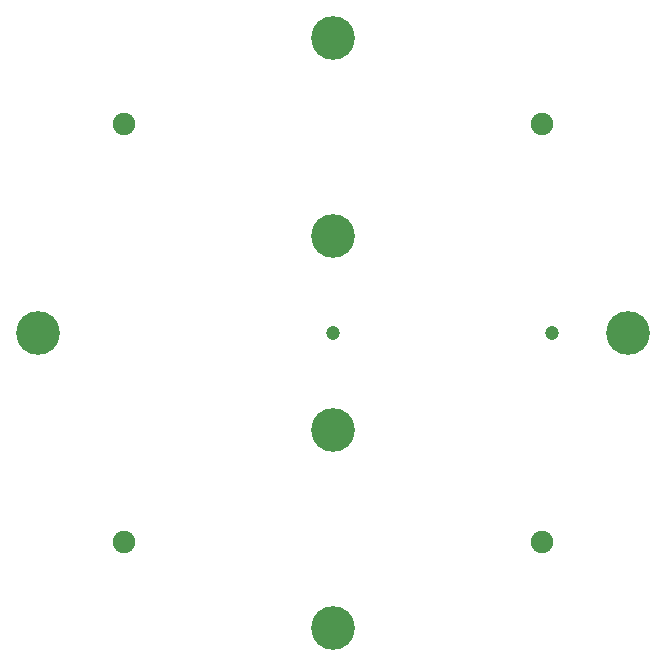
<source format=gts>
%FSTAX23Y23*%
%MOIN*%
%SFA1B1*%

%IPPOS*%
%ADD11C,0.145800*%
%ADD12C,0.074930*%
%ADD13C,0.047370*%
%LNstator-1*%
%LPD*%
G54D11*
X0389Y03419D03*
X02905Y03095D03*
X0389Y04079D03*
X04874Y03095D03*
X0389Y0211D03*
Y0277D03*
G54D12*
X04585Y02399D03*
X03194D03*
Y0379D03*
X04585D03*
G54D13*
X04618Y03095D03*
X0389D03*
M02*
</source>
